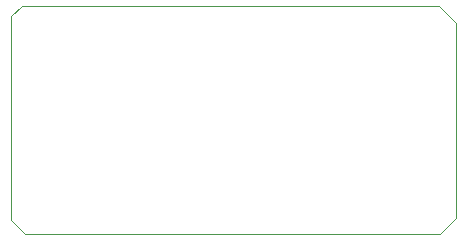
<source format=gko>
G04*
G04 #@! TF.GenerationSoftware,Altium Limited,Altium Designer,18.1.6 (161)*
G04*
G04 Layer_Color=16711935*
%FSLAX25Y25*%
%MOIN*%
G70*
G01*
G75*
%ADD102C,0.00197*%
G54D102*
X478000Y199000D02*
Y251500D01*
X481500Y255000D01*
X620500D01*
X626305Y249195D01*
Y184305D02*
Y249195D01*
X621000Y179000D02*
X626305Y184305D01*
X482500Y179000D02*
X621000D01*
X478000Y183500D02*
X482500Y179000D01*
X478000Y183500D02*
Y199000D01*
M02*

</source>
